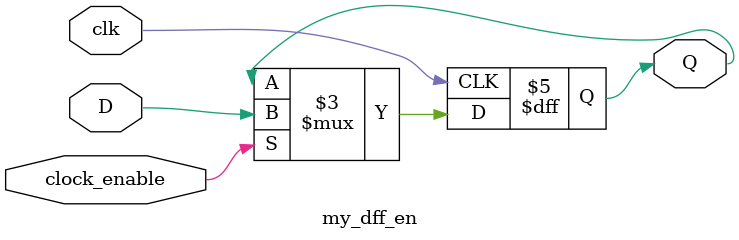
<source format=v>
`default_nettype none

module debounce
    #(
        parameter DIV = 500_000
    )
    (
        input wire clk, 
        input wire button, 
        output out
    );
    wire slow_clk_en;
    wire Q0, Q1, Q2, nQ2;

    clock_enable #(.DIV(DIV)) u1(.clk(clk), .reset(1'b0), .clk_enable(slow_clk_en));
    my_dff_en d0(.clk(clk), .clock_enable(slow_clk_en), .D(button), .Q(Q0));
    my_dff_en d1(.clk(clk), .clock_enable(slow_clk_en), .D(Q0), .Q(Q1));
    my_dff_en d2(.clk(clk), .clock_enable(slow_clk_en), .D(Q1), .Q(Q2));

    assign nQ2 = ~Q2;
    assign out = Q1 & nQ2;
endmodule

// D-flip-flop with clock enable signal for debouncing module 
module my_dff_en(
    input wire clk, 
    input wire clock_enable, 
    input wire D, 
    output reg Q = 0);

    always @ (posedge clk) begin
        if (clock_enable) 
            Q <= D;
    end
endmodule
</source>
